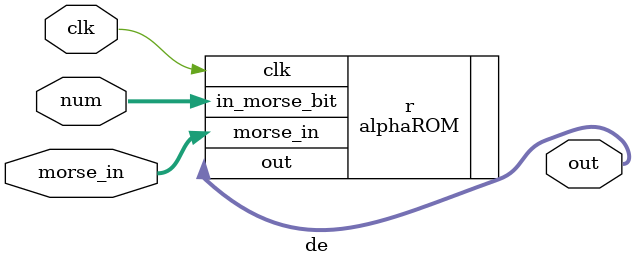
<source format=v>
module de (
  input [3:0] morse_in,
  input [2:0] num,
  input clk,
  output [4:0] out
);

  alphaROM r (
    .out(out),
    .in_morse_bit(num),
    .morse_in(morse_in),
    .clk(clk)
  );

endmodule

</source>
